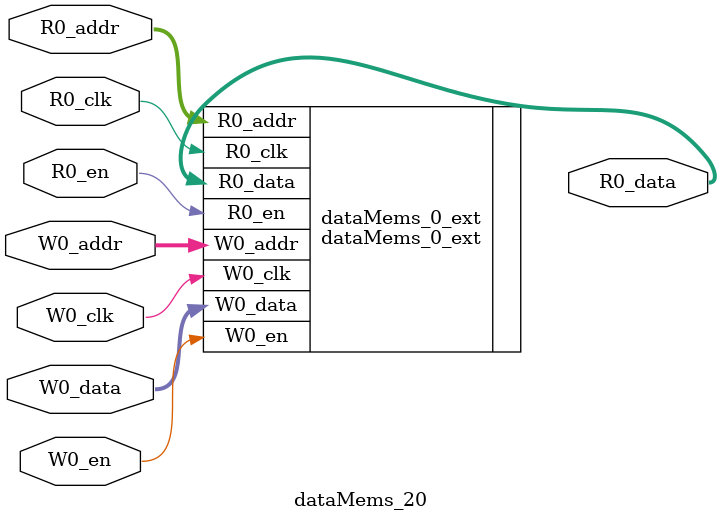
<source format=sv>
`ifndef RANDOMIZE
  `ifdef RANDOMIZE_REG_INIT
    `define RANDOMIZE
  `endif // RANDOMIZE_REG_INIT
`endif // not def RANDOMIZE
`ifndef RANDOMIZE
  `ifdef RANDOMIZE_MEM_INIT
    `define RANDOMIZE
  `endif // RANDOMIZE_MEM_INIT
`endif // not def RANDOMIZE

`ifndef RANDOM
  `define RANDOM $random
`endif // not def RANDOM

// Users can define 'PRINTF_COND' to add an extra gate to prints.
`ifndef PRINTF_COND_
  `ifdef PRINTF_COND
    `define PRINTF_COND_ (`PRINTF_COND)
  `else  // PRINTF_COND
    `define PRINTF_COND_ 1
  `endif // PRINTF_COND
`endif // not def PRINTF_COND_

// Users can define 'ASSERT_VERBOSE_COND' to add an extra gate to assert error printing.
`ifndef ASSERT_VERBOSE_COND_
  `ifdef ASSERT_VERBOSE_COND
    `define ASSERT_VERBOSE_COND_ (`ASSERT_VERBOSE_COND)
  `else  // ASSERT_VERBOSE_COND
    `define ASSERT_VERBOSE_COND_ 1
  `endif // ASSERT_VERBOSE_COND
`endif // not def ASSERT_VERBOSE_COND_

// Users can define 'STOP_COND' to add an extra gate to stop conditions.
`ifndef STOP_COND_
  `ifdef STOP_COND
    `define STOP_COND_ (`STOP_COND)
  `else  // STOP_COND
    `define STOP_COND_ 1
  `endif // STOP_COND
`endif // not def STOP_COND_

// Users can define INIT_RANDOM as general code that gets injected into the
// initializer block for modules with registers.
`ifndef INIT_RANDOM
  `define INIT_RANDOM
`endif // not def INIT_RANDOM

// If using random initialization, you can also define RANDOMIZE_DELAY to
// customize the delay used, otherwise 0.002 is used.
`ifndef RANDOMIZE_DELAY
  `define RANDOMIZE_DELAY 0.002
`endif // not def RANDOMIZE_DELAY

// Define INIT_RANDOM_PROLOG_ for use in our modules below.
`ifndef INIT_RANDOM_PROLOG_
  `ifdef RANDOMIZE
    `ifdef VERILATOR
      `define INIT_RANDOM_PROLOG_ `INIT_RANDOM
    `else  // VERILATOR
      `define INIT_RANDOM_PROLOG_ `INIT_RANDOM #`RANDOMIZE_DELAY begin end
    `endif // VERILATOR
  `else  // RANDOMIZE
    `define INIT_RANDOM_PROLOG_
  `endif // RANDOMIZE
`endif // not def INIT_RANDOM_PROLOG_

// Include register initializers in init blocks unless synthesis is set
`ifndef SYNTHESIS
  `ifndef ENABLE_INITIAL_REG_
    `define ENABLE_INITIAL_REG_
  `endif // not def ENABLE_INITIAL_REG_
`endif // not def SYNTHESIS

// Include rmemory initializers in init blocks unless synthesis is set
`ifndef SYNTHESIS
  `ifndef ENABLE_INITIAL_MEM_
    `define ENABLE_INITIAL_MEM_
  `endif // not def ENABLE_INITIAL_MEM_
`endif // not def SYNTHESIS

module dataMems_20(	// @[generators/ara/src/main/scala/UnsafeAXI4ToTL.scala:365:62]
  input  [4:0]   R0_addr,
  input          R0_en,
  input          R0_clk,
  output [130:0] R0_data,
  input  [4:0]   W0_addr,
  input          W0_en,
  input          W0_clk,
  input  [130:0] W0_data
);

  dataMems_0_ext dataMems_0_ext (	// @[generators/ara/src/main/scala/UnsafeAXI4ToTL.scala:365:62]
    .R0_addr (R0_addr),
    .R0_en   (R0_en),
    .R0_clk  (R0_clk),
    .R0_data (R0_data),
    .W0_addr (W0_addr),
    .W0_en   (W0_en),
    .W0_clk  (W0_clk),
    .W0_data (W0_data)
  );
endmodule


</source>
